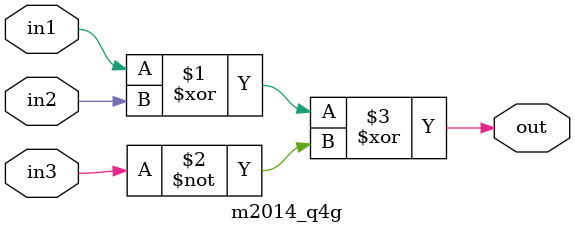
<source format=v>
module m2014_q4g(	// file.cleaned.mlir:2:3
  input  in1,	// file.cleaned.mlir:2:27
         in2,	// file.cleaned.mlir:2:41
         in3,	// file.cleaned.mlir:2:55
  output out	// file.cleaned.mlir:2:70
);

  assign out = in1 ^ in2 ^ ~in3;	// file.cleaned.mlir:4:10, :5:5
endmodule


</source>
